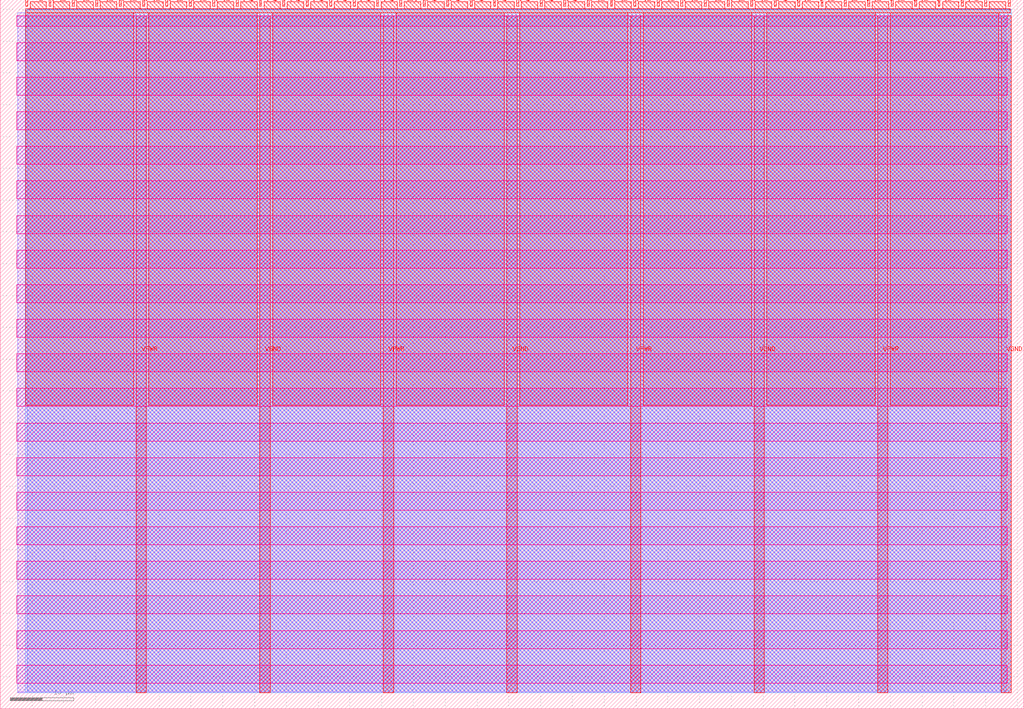
<source format=lef>
VERSION 5.7 ;
  NOWIREEXTENSIONATPIN ON ;
  DIVIDERCHAR "/" ;
  BUSBITCHARS "[]" ;
MACRO tt_um_csit_luks
  CLASS BLOCK ;
  FOREIGN tt_um_csit_luks ;
  ORIGIN 0.000 0.000 ;
  SIZE 161.000 BY 111.520 ;
  PIN VGND
    DIRECTION INOUT ;
    USE GROUND ;
    PORT
      LAYER met4 ;
        RECT 40.830 2.480 42.430 109.040 ;
    END
    PORT
      LAYER met4 ;
        RECT 79.700 2.480 81.300 109.040 ;
    END
    PORT
      LAYER met4 ;
        RECT 118.570 2.480 120.170 109.040 ;
    END
    PORT
      LAYER met4 ;
        RECT 157.440 2.480 159.040 109.040 ;
    END
  END VGND
  PIN VPWR
    DIRECTION INOUT ;
    USE POWER ;
    PORT
      LAYER met4 ;
        RECT 21.395 2.480 22.995 109.040 ;
    END
    PORT
      LAYER met4 ;
        RECT 60.265 2.480 61.865 109.040 ;
    END
    PORT
      LAYER met4 ;
        RECT 99.135 2.480 100.735 109.040 ;
    END
    PORT
      LAYER met4 ;
        RECT 138.005 2.480 139.605 109.040 ;
    END
  END VPWR
  PIN clk
    DIRECTION INPUT ;
    USE SIGNAL ;
    ANTENNAGATEAREA 0.852000 ;
    PORT
      LAYER met4 ;
        RECT 154.870 110.520 155.170 111.520 ;
    END
  END clk
  PIN ena
    DIRECTION INPUT ;
    USE SIGNAL ;
    ANTENNAGATEAREA 0.196500 ;
    PORT
      LAYER met4 ;
        RECT 158.550 110.520 158.850 111.520 ;
    END
  END ena
  PIN rst_n
    DIRECTION INPUT ;
    USE SIGNAL ;
    ANTENNAGATEAREA 0.196500 ;
    PORT
      LAYER met4 ;
        RECT 151.190 110.520 151.490 111.520 ;
    END
  END rst_n
  PIN ui_in[0]
    DIRECTION INPUT ;
    USE SIGNAL ;
    ANTENNAGATEAREA 0.196500 ;
    PORT
      LAYER met4 ;
        RECT 147.510 110.520 147.810 111.520 ;
    END
  END ui_in[0]
  PIN ui_in[1]
    DIRECTION INPUT ;
    USE SIGNAL ;
    ANTENNAGATEAREA 0.196500 ;
    PORT
      LAYER met4 ;
        RECT 143.830 110.520 144.130 111.520 ;
    END
  END ui_in[1]
  PIN ui_in[2]
    DIRECTION INPUT ;
    USE SIGNAL ;
    ANTENNAGATEAREA 0.196500 ;
    PORT
      LAYER met4 ;
        RECT 140.150 110.520 140.450 111.520 ;
    END
  END ui_in[2]
  PIN ui_in[3]
    DIRECTION INPUT ;
    USE SIGNAL ;
    ANTENNAGATEAREA 0.196500 ;
    PORT
      LAYER met4 ;
        RECT 136.470 110.520 136.770 111.520 ;
    END
  END ui_in[3]
  PIN ui_in[4]
    DIRECTION INPUT ;
    USE SIGNAL ;
    ANTENNAGATEAREA 0.196500 ;
    PORT
      LAYER met4 ;
        RECT 132.790 110.520 133.090 111.520 ;
    END
  END ui_in[4]
  PIN ui_in[5]
    DIRECTION INPUT ;
    USE SIGNAL ;
    PORT
      LAYER met4 ;
        RECT 129.110 110.520 129.410 111.520 ;
    END
  END ui_in[5]
  PIN ui_in[6]
    DIRECTION INPUT ;
    USE SIGNAL ;
    PORT
      LAYER met4 ;
        RECT 125.430 110.520 125.730 111.520 ;
    END
  END ui_in[6]
  PIN ui_in[7]
    DIRECTION INPUT ;
    USE SIGNAL ;
    PORT
      LAYER met4 ;
        RECT 121.750 110.520 122.050 111.520 ;
    END
  END ui_in[7]
  PIN uio_in[0]
    DIRECTION INPUT ;
    USE SIGNAL ;
    PORT
      LAYER met4 ;
        RECT 118.070 110.520 118.370 111.520 ;
    END
  END uio_in[0]
  PIN uio_in[1]
    DIRECTION INPUT ;
    USE SIGNAL ;
    PORT
      LAYER met4 ;
        RECT 114.390 110.520 114.690 111.520 ;
    END
  END uio_in[1]
  PIN uio_in[2]
    DIRECTION INPUT ;
    USE SIGNAL ;
    PORT
      LAYER met4 ;
        RECT 110.710 110.520 111.010 111.520 ;
    END
  END uio_in[2]
  PIN uio_in[3]
    DIRECTION INPUT ;
    USE SIGNAL ;
    PORT
      LAYER met4 ;
        RECT 107.030 110.520 107.330 111.520 ;
    END
  END uio_in[3]
  PIN uio_in[4]
    DIRECTION INPUT ;
    USE SIGNAL ;
    PORT
      LAYER met4 ;
        RECT 103.350 110.520 103.650 111.520 ;
    END
  END uio_in[4]
  PIN uio_in[5]
    DIRECTION INPUT ;
    USE SIGNAL ;
    PORT
      LAYER met4 ;
        RECT 99.670 110.520 99.970 111.520 ;
    END
  END uio_in[5]
  PIN uio_in[6]
    DIRECTION INPUT ;
    USE SIGNAL ;
    PORT
      LAYER met4 ;
        RECT 95.990 110.520 96.290 111.520 ;
    END
  END uio_in[6]
  PIN uio_in[7]
    DIRECTION INPUT ;
    USE SIGNAL ;
    PORT
      LAYER met4 ;
        RECT 92.310 110.520 92.610 111.520 ;
    END
  END uio_in[7]
  PIN uio_oe[0]
    DIRECTION OUTPUT TRISTATE ;
    USE SIGNAL ;
    PORT
      LAYER met4 ;
        RECT 29.750 110.520 30.050 111.520 ;
    END
  END uio_oe[0]
  PIN uio_oe[1]
    DIRECTION OUTPUT TRISTATE ;
    USE SIGNAL ;
    PORT
      LAYER met4 ;
        RECT 26.070 110.520 26.370 111.520 ;
    END
  END uio_oe[1]
  PIN uio_oe[2]
    DIRECTION OUTPUT TRISTATE ;
    USE SIGNAL ;
    PORT
      LAYER met4 ;
        RECT 22.390 110.520 22.690 111.520 ;
    END
  END uio_oe[2]
  PIN uio_oe[3]
    DIRECTION OUTPUT TRISTATE ;
    USE SIGNAL ;
    PORT
      LAYER met4 ;
        RECT 18.710 110.520 19.010 111.520 ;
    END
  END uio_oe[3]
  PIN uio_oe[4]
    DIRECTION OUTPUT TRISTATE ;
    USE SIGNAL ;
    PORT
      LAYER met4 ;
        RECT 15.030 110.520 15.330 111.520 ;
    END
  END uio_oe[4]
  PIN uio_oe[5]
    DIRECTION OUTPUT TRISTATE ;
    USE SIGNAL ;
    PORT
      LAYER met4 ;
        RECT 11.350 110.520 11.650 111.520 ;
    END
  END uio_oe[5]
  PIN uio_oe[6]
    DIRECTION OUTPUT TRISTATE ;
    USE SIGNAL ;
    PORT
      LAYER met4 ;
        RECT 7.670 110.520 7.970 111.520 ;
    END
  END uio_oe[6]
  PIN uio_oe[7]
    DIRECTION OUTPUT TRISTATE ;
    USE SIGNAL ;
    PORT
      LAYER met4 ;
        RECT 3.990 110.520 4.290 111.520 ;
    END
  END uio_oe[7]
  PIN uio_out[0]
    DIRECTION OUTPUT TRISTATE ;
    USE SIGNAL ;
    ANTENNAGATEAREA 0.868500 ;
    ANTENNADIFFAREA 1.075200 ;
    PORT
      LAYER met4 ;
        RECT 59.190 110.520 59.490 111.520 ;
    END
  END uio_out[0]
  PIN uio_out[1]
    DIRECTION OUTPUT TRISTATE ;
    USE SIGNAL ;
    ANTENNAGATEAREA 0.495000 ;
    ANTENNADIFFAREA 1.075200 ;
    PORT
      LAYER met4 ;
        RECT 55.510 110.520 55.810 111.520 ;
    END
  END uio_out[1]
  PIN uio_out[2]
    DIRECTION OUTPUT TRISTATE ;
    USE SIGNAL ;
    ANTENNAGATEAREA 1.116000 ;
    ANTENNADIFFAREA 1.075200 ;
    PORT
      LAYER met4 ;
        RECT 51.830 110.520 52.130 111.520 ;
    END
  END uio_out[2]
  PIN uio_out[3]
    DIRECTION OUTPUT TRISTATE ;
    USE SIGNAL ;
    ANTENNAGATEAREA 0.126000 ;
    ANTENNADIFFAREA 1.431000 ;
    PORT
      LAYER met4 ;
        RECT 48.150 110.520 48.450 111.520 ;
    END
  END uio_out[3]
  PIN uio_out[4]
    DIRECTION OUTPUT TRISTATE ;
    USE SIGNAL ;
    ANTENNADIFFAREA 0.445500 ;
    PORT
      LAYER met4 ;
        RECT 44.470 110.520 44.770 111.520 ;
    END
  END uio_out[4]
  PIN uio_out[5]
    DIRECTION OUTPUT TRISTATE ;
    USE SIGNAL ;
    ANTENNADIFFAREA 0.795200 ;
    PORT
      LAYER met4 ;
        RECT 40.790 110.520 41.090 111.520 ;
    END
  END uio_out[5]
  PIN uio_out[6]
    DIRECTION OUTPUT TRISTATE ;
    USE SIGNAL ;
    ANTENNADIFFAREA 0.445500 ;
    PORT
      LAYER met4 ;
        RECT 37.110 110.520 37.410 111.520 ;
    END
  END uio_out[6]
  PIN uio_out[7]
    DIRECTION OUTPUT TRISTATE ;
    USE SIGNAL ;
    ANTENNADIFFAREA 0.795200 ;
    PORT
      LAYER met4 ;
        RECT 33.430 110.520 33.730 111.520 ;
    END
  END uio_out[7]
  PIN uo_out[0]
    DIRECTION OUTPUT TRISTATE ;
    USE SIGNAL ;
    ANTENNADIFFAREA 0.891000 ;
    PORT
      LAYER met4 ;
        RECT 88.630 110.520 88.930 111.520 ;
    END
  END uo_out[0]
  PIN uo_out[1]
    DIRECTION OUTPUT TRISTATE ;
    USE SIGNAL ;
    ANTENNADIFFAREA 0.795200 ;
    PORT
      LAYER met4 ;
        RECT 84.950 110.520 85.250 111.520 ;
    END
  END uo_out[1]
  PIN uo_out[2]
    DIRECTION OUTPUT TRISTATE ;
    USE SIGNAL ;
    ANTENNADIFFAREA 0.891000 ;
    PORT
      LAYER met4 ;
        RECT 81.270 110.520 81.570 111.520 ;
    END
  END uo_out[2]
  PIN uo_out[3]
    DIRECTION OUTPUT TRISTATE ;
    USE SIGNAL ;
    ANTENNADIFFAREA 0.933750 ;
    PORT
      LAYER met4 ;
        RECT 77.590 110.520 77.890 111.520 ;
    END
  END uo_out[3]
  PIN uo_out[4]
    DIRECTION OUTPUT TRISTATE ;
    USE SIGNAL ;
    ANTENNADIFFAREA 0.933750 ;
    PORT
      LAYER met4 ;
        RECT 73.910 110.520 74.210 111.520 ;
    END
  END uo_out[4]
  PIN uo_out[5]
    DIRECTION OUTPUT TRISTATE ;
    USE SIGNAL ;
    ANTENNADIFFAREA 0.933750 ;
    PORT
      LAYER met4 ;
        RECT 70.230 110.520 70.530 111.520 ;
    END
  END uo_out[5]
  PIN uo_out[6]
    DIRECTION OUTPUT TRISTATE ;
    USE SIGNAL ;
    ANTENNADIFFAREA 0.795200 ;
    PORT
      LAYER met4 ;
        RECT 66.550 110.520 66.850 111.520 ;
    END
  END uo_out[6]
  PIN uo_out[7]
    DIRECTION OUTPUT TRISTATE ;
    USE SIGNAL ;
    ANTENNADIFFAREA 0.891000 ;
    PORT
      LAYER met4 ;
        RECT 62.870 110.520 63.170 111.520 ;
    END
  END uo_out[7]
  OBS
      LAYER nwell ;
        RECT 2.570 107.385 158.430 108.990 ;
        RECT 2.570 101.945 158.430 104.775 ;
        RECT 2.570 96.505 158.430 99.335 ;
        RECT 2.570 91.065 158.430 93.895 ;
        RECT 2.570 85.625 158.430 88.455 ;
        RECT 2.570 80.185 158.430 83.015 ;
        RECT 2.570 74.745 158.430 77.575 ;
        RECT 2.570 69.305 158.430 72.135 ;
        RECT 2.570 63.865 158.430 66.695 ;
        RECT 2.570 58.425 158.430 61.255 ;
        RECT 2.570 52.985 158.430 55.815 ;
        RECT 2.570 47.545 158.430 50.375 ;
        RECT 2.570 42.105 158.430 44.935 ;
        RECT 2.570 36.665 158.430 39.495 ;
        RECT 2.570 31.225 158.430 34.055 ;
        RECT 2.570 25.785 158.430 28.615 ;
        RECT 2.570 20.345 158.430 23.175 ;
        RECT 2.570 14.905 158.430 17.735 ;
        RECT 2.570 9.465 158.430 12.295 ;
        RECT 2.570 4.025 158.430 6.855 ;
      LAYER li1 ;
        RECT 2.760 2.635 158.240 108.885 ;
      LAYER met1 ;
        RECT 2.760 2.480 159.040 109.440 ;
      LAYER met2 ;
        RECT 4.230 2.535 159.010 110.005 ;
      LAYER met3 ;
        RECT 3.950 2.555 159.030 109.985 ;
      LAYER met4 ;
        RECT 4.690 110.120 7.270 111.170 ;
        RECT 8.370 110.120 10.950 111.170 ;
        RECT 12.050 110.120 14.630 111.170 ;
        RECT 15.730 110.120 18.310 111.170 ;
        RECT 19.410 110.120 21.990 111.170 ;
        RECT 23.090 110.120 25.670 111.170 ;
        RECT 26.770 110.120 29.350 111.170 ;
        RECT 30.450 110.120 33.030 111.170 ;
        RECT 34.130 110.120 36.710 111.170 ;
        RECT 37.810 110.120 40.390 111.170 ;
        RECT 41.490 110.120 44.070 111.170 ;
        RECT 45.170 110.120 47.750 111.170 ;
        RECT 48.850 110.120 51.430 111.170 ;
        RECT 52.530 110.120 55.110 111.170 ;
        RECT 56.210 110.120 58.790 111.170 ;
        RECT 59.890 110.120 62.470 111.170 ;
        RECT 63.570 110.120 66.150 111.170 ;
        RECT 67.250 110.120 69.830 111.170 ;
        RECT 70.930 110.120 73.510 111.170 ;
        RECT 74.610 110.120 77.190 111.170 ;
        RECT 78.290 110.120 80.870 111.170 ;
        RECT 81.970 110.120 84.550 111.170 ;
        RECT 85.650 110.120 88.230 111.170 ;
        RECT 89.330 110.120 91.910 111.170 ;
        RECT 93.010 110.120 95.590 111.170 ;
        RECT 96.690 110.120 99.270 111.170 ;
        RECT 100.370 110.120 102.950 111.170 ;
        RECT 104.050 110.120 106.630 111.170 ;
        RECT 107.730 110.120 110.310 111.170 ;
        RECT 111.410 110.120 113.990 111.170 ;
        RECT 115.090 110.120 117.670 111.170 ;
        RECT 118.770 110.120 121.350 111.170 ;
        RECT 122.450 110.120 125.030 111.170 ;
        RECT 126.130 110.120 128.710 111.170 ;
        RECT 129.810 110.120 132.390 111.170 ;
        RECT 133.490 110.120 136.070 111.170 ;
        RECT 137.170 110.120 139.750 111.170 ;
        RECT 140.850 110.120 143.430 111.170 ;
        RECT 144.530 110.120 147.110 111.170 ;
        RECT 148.210 110.120 150.790 111.170 ;
        RECT 151.890 110.120 154.470 111.170 ;
        RECT 155.570 110.120 158.150 111.170 ;
        RECT 3.975 109.440 158.850 110.120 ;
        RECT 3.975 47.775 20.995 109.440 ;
        RECT 23.395 47.775 40.430 109.440 ;
        RECT 42.830 47.775 59.865 109.440 ;
        RECT 62.265 47.775 79.300 109.440 ;
        RECT 81.700 47.775 98.735 109.440 ;
        RECT 101.135 47.775 118.170 109.440 ;
        RECT 120.570 47.775 137.605 109.440 ;
        RECT 140.005 47.775 157.040 109.440 ;
  END
END tt_um_csit_luks
END LIBRARY


</source>
